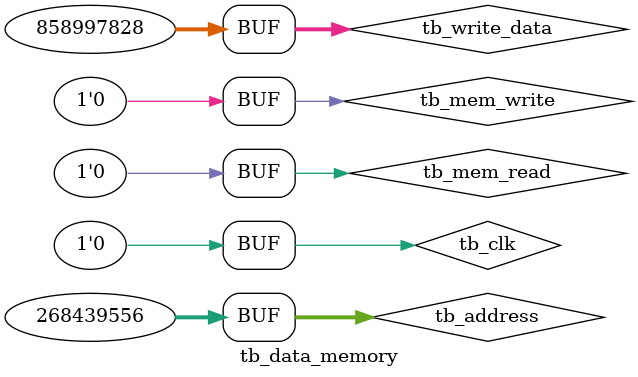
<source format=v>
module data_memory(
	input [31:0] address,
	input [31:0] write_data,
	input mem_read,
	input mem_write,
	input clk,
	output reg [31:0] read_data
);	
	
	reg [31:0] data_memory_RAM [15:0];
	
	initial begin
		data_memory_RAM [0] = 32'h00000000; // assume starts at 32'h10001000
		data_memory_RAM [1] = 32'h00000000;	// 32'h10001004
		data_memory_RAM [2] = 32'h00000000; // 32'h10001008
		data_memory_RAM [3] = 32'h00000000;
		data_memory_RAM [4] = 32'h00000000;
		data_memory_RAM [5] = 32'h00000000;
		data_memory_RAM [6] = 32'h00000000;
		data_memory_RAM [7] = 32'h00000000;
		data_memory_RAM [8] = 32'h00000000;
		data_memory_RAM [9] = 32'h00000000;
		data_memory_RAM[10] = 32'h00000000;
		data_memory_RAM[11] = 32'h00000000;
		data_memory_RAM[12] = 32'h00000000;
		data_memory_RAM[13] = 32'h00000000;
		data_memory_RAM[14] = 32'h00000000;
		data_memory_RAM[15] = 32'h00000000;
	end
	
	always @(posedge clk) begin
		if (mem_write) begin
			data_memory_RAM[(address-268439552)/4] <= write_data;
		end
		
		if (mem_read) begin
			read_data = data_memory_RAM[(address-268439552)/4];
		end
	end
		
endmodule

module tb_data_memory();
	reg tb_clk;
	reg [31:0] tb_address;
	reg [31:0] tb_write_data;
	reg tb_mem_read;
	reg tb_mem_write;
	wire [31:0] tb_read_data;
	
	initial begin
		tb_clk = 0;
		repeat (100) begin
			#5 tb_clk = ~tb_clk;
		end
	end
	
	initial begin
		// initializing first address and some data to be written
		tb_mem_read = 1'b0;
		tb_mem_write = 1'b0;
		tb_address = 32'h10001000;
		tb_write_data = 32'h11112222;
		// setting mem_write to write ar address 10001000h
		#10 tb_mem_write = 1'b1; #10 tb_mem_write = 1'b0; #10;
		// setting data to be written at second address location
		tb_address = 32'h10001004;
		tb_write_data = 32'h33334444;
		// setting mem_write to write ar address 10001004h
		#10 tb_mem_write = 1'b1; #10 tb_mem_write = 1'b0; #10;
		
		//reading data from location 10001000h
		tb_address = 32'h10001000;
		// setting mem_read
		#10 tb_mem_read = 1'b1; #10 tb_mem_read = 1'b0; #10;
		//reading data from location 10001004h
		tb_address =32'h10001004;
		// setting mem_read
		#10 tb_mem_read = 1'b1; #10 tb_mem_read = 1'b0; #10;
		
	end

	data_memory test_data_memory(
		.clk		(tb_clk		  ),
		.address	(tb_address	  ),
		.write_data	(tb_write_data),
		.mem_read	(tb_mem_read  ),
		.mem_write	(tb_mem_write ),
		.read_data	(tb_read_data )
	);
	
endmodule
</source>
